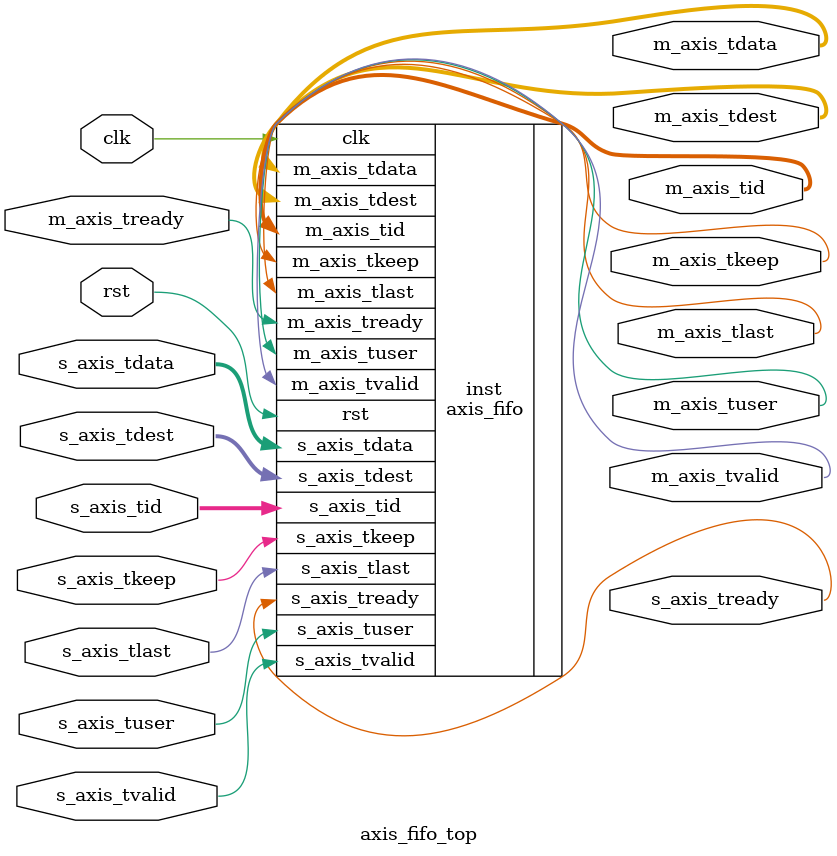
<source format=v>
module axis_fifo_top (
  input wire clk,
  input wire rst,
  input wire [31:0] s_axis_tdata,
  input wire s_axis_tkeep,
  input wire s_axis_tvalid,
  output wire s_axis_tready,
  input wire s_axis_tlast,
  input wire [7:0] s_axis_tid,
  input wire [7:0] s_axis_tdest,
  input wire s_axis_tuser,
  output wire [31:0] m_axis_tdata,
  output wire m_axis_tkeep,
  output wire m_axis_tvalid,
  input wire m_axis_tready,
  output wire m_axis_tlast,
  output wire [7:0] m_axis_tid,
  output wire [7:0] m_axis_tdest,
  output wire m_axis_tuser
);

  axis_fifo
  inst
  (
    .clk(clk),
    .rst(rst),
    .s_axis_tdata(s_axis_tdata),
    .s_axis_tkeep(s_axis_tkeep),
    .s_axis_tvalid(s_axis_tvalid),
    .s_axis_tready(s_axis_tready),
    .s_axis_tlast(s_axis_tlast),
    .s_axis_tid(s_axis_tid),
    .s_axis_tdest(s_axis_tdest),
    .s_axis_tuser(s_axis_tuser),
    .m_axis_tdata(m_axis_tdata),
    .m_axis_tkeep(m_axis_tkeep),
    .m_axis_tvalid(m_axis_tvalid),
    .m_axis_tready(m_axis_tready),
    .m_axis_tlast(m_axis_tlast),
    .m_axis_tid(m_axis_tid),
    .m_axis_tdest(m_axis_tdest),
    .m_axis_tuser(m_axis_tuser)
  );
    
endmodule


</source>
